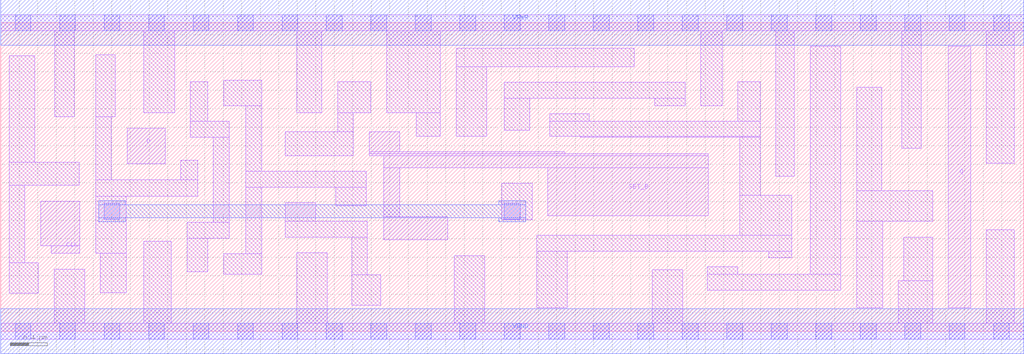
<source format=lef>
# Copyright 2020 The SkyWater PDK Authors
#
# Licensed under the Apache License, Version 2.0 (the "License");
# you may not use this file except in compliance with the License.
# You may obtain a copy of the License at
#
#     https://www.apache.org/licenses/LICENSE-2.0
#
# Unless required by applicable law or agreed to in writing, software
# distributed under the License is distributed on an "AS IS" BASIS,
# WITHOUT WARRANTIES OR CONDITIONS OF ANY KIND, either express or implied.
# See the License for the specific language governing permissions and
# limitations under the License.
#
# SPDX-License-Identifier: Apache-2.0

VERSION 5.7 ;
  NAMESCASESENSITIVE ON ;
  NOWIREEXTENSIONATPIN ON ;
  DIVIDERCHAR "/" ;
  BUSBITCHARS "[]" ;
UNITS
  DATABASE MICRONS 200 ;
END UNITS
MACRO sky130_fd_sc_lp__dfstp_2
  CLASS CORE ;
  SOURCE USER ;
  FOREIGN sky130_fd_sc_lp__dfstp_2 ;
  ORIGIN  0.000000  0.000000 ;
  SIZE  11.04000 BY  3.330000 ;
  SYMMETRY X Y R90 ;
  SITE unit ;
  PIN D
    ANTENNAGATEAREA  0.126000 ;
    DIRECTION INPUT ;
    USE SIGNAL ;
    PORT
      LAYER li1 ;
        RECT 1.365000 1.805000 1.775000 2.190000 ;
    END
  END D
  PIN Q
    ANTENNADIFFAREA  0.588000 ;
    DIRECTION OUTPUT ;
    USE SIGNAL ;
    PORT
      LAYER li1 ;
        RECT 10.225000 0.255000 10.465000 3.075000 ;
    END
  END Q
  PIN SET_B
    ANTENNAGATEAREA  0.252000 ;
    DIRECTION INPUT ;
    USE SIGNAL ;
    PORT
      LAYER li1 ;
        RECT 3.975000 1.895000 7.635000 1.915000 ;
        RECT 3.975000 1.915000 6.085000 1.935000 ;
        RECT 3.975000 1.935000 4.305000 2.155000 ;
        RECT 4.135000 0.985000 4.825000 1.235000 ;
        RECT 4.135000 1.235000 4.305000 1.765000 ;
        RECT 4.135000 1.765000 7.635000 1.895000 ;
        RECT 5.905000 1.245000 7.635000 1.765000 ;
    END
  END SET_B
  PIN CLK
    ANTENNAGATEAREA  0.159000 ;
    DIRECTION INPUT ;
    USE CLOCK ;
    PORT
      LAYER li1 ;
        RECT 0.430000 0.925000 0.855000 1.405000 ;
        RECT 0.545000 0.840000 0.855000 0.925000 ;
    END
  END CLK
  PIN VGND
    DIRECTION INOUT ;
    USE GROUND ;
    PORT
      LAYER met1 ;
        RECT 0.000000 -0.245000 11.040000 0.245000 ;
    END
  END VGND
  PIN VPWR
    DIRECTION INOUT ;
    USE POWER ;
    PORT
      LAYER met1 ;
        RECT 0.000000 3.085000 11.040000 3.575000 ;
    END
  END VPWR
  OBS
    LAYER li1 ;
      RECT  0.000000 -0.085000 11.040000 0.085000 ;
      RECT  0.000000  3.245000 11.040000 3.415000 ;
      RECT  0.090000  0.410000  0.405000 0.740000 ;
      RECT  0.090000  0.740000  0.260000 1.575000 ;
      RECT  0.090000  1.575000  0.845000 1.825000 ;
      RECT  0.090000  1.825000  0.365000 2.975000 ;
      RECT  0.575000  0.085000  0.905000 0.670000 ;
      RECT  0.585000  2.315000  0.795000 3.245000 ;
      RECT  1.025000  0.840000  1.355000 1.455000 ;
      RECT  1.025000  1.455000  2.125000 1.635000 ;
      RECT  1.025000  1.635000  1.195000 2.315000 ;
      RECT  1.025000  2.315000  1.235000 2.985000 ;
      RECT  1.075000  0.415000  1.355000 0.840000 ;
      RECT  1.545000  0.085000  1.840000 0.970000 ;
      RECT  1.545000  2.360000  1.875000 3.245000 ;
      RECT  1.945000  1.635000  2.125000 1.845000 ;
      RECT  2.010000  0.640000  2.235000 1.005000 ;
      RECT  2.010000  1.005000  2.465000 1.175000 ;
      RECT  2.045000  2.095000  2.465000 2.265000 ;
      RECT  2.045000  2.265000  2.235000 2.690000 ;
      RECT  2.295000  1.175000  2.465000 2.095000 ;
      RECT  2.405000  0.615000  2.815000 0.835000 ;
      RECT  2.405000  2.435000  2.815000 2.710000 ;
      RECT  2.645000  0.835000  2.815000 1.555000 ;
      RECT  2.645000  1.555000  3.945000 1.725000 ;
      RECT  2.645000  1.725000  2.815000 2.435000 ;
      RECT  3.070000  1.015000  3.955000 1.185000 ;
      RECT  3.070000  1.185000  3.400000 1.385000 ;
      RECT  3.070000  1.895000  3.805000 2.155000 ;
      RECT  3.195000  0.085000  3.525000 0.845000 ;
      RECT  3.195000  2.360000  3.465000 3.245000 ;
      RECT  3.615000  1.355000  3.945000 1.555000 ;
      RECT  3.635000  2.155000  3.805000 2.360000 ;
      RECT  3.635000  2.360000  3.995000 2.690000 ;
      RECT  3.785000  0.280000  4.100000 0.610000 ;
      RECT  3.785000  0.610000  3.955000 1.015000 ;
      RECT  4.165000  2.360000  4.745000 3.245000 ;
      RECT  4.485000  2.105000  4.745000 2.360000 ;
      RECT  4.895000  0.085000  5.225000 0.815000 ;
      RECT  4.915000  2.105000  5.245000 2.855000 ;
      RECT  4.915000  2.855000  6.835000 3.055000 ;
      RECT  5.405000  1.205000  5.735000 1.595000 ;
      RECT  5.435000  2.170000  5.710000 2.515000 ;
      RECT  5.435000  2.515000  7.385000 2.685000 ;
      RECT  5.785000  0.255000  6.115000 0.865000 ;
      RECT  5.785000  0.865000  8.535000 1.035000 ;
      RECT  5.925000  2.105000  8.195000 2.265000 ;
      RECT  5.925000  2.265000  6.350000 2.345000 ;
      RECT  6.255000  2.095000  8.195000 2.105000 ;
      RECT  7.030000  0.085000  7.360000 0.665000 ;
      RECT  7.055000  2.435000  7.385000 2.515000 ;
      RECT  7.555000  2.435000  7.785000 3.245000 ;
      RECT  7.625000  0.445000  9.065000 0.615000 ;
      RECT  7.625000  0.615000  7.955000 0.695000 ;
      RECT  7.955000  2.265000  8.195000 2.690000 ;
      RECT  7.975000  1.035000  8.535000 1.465000 ;
      RECT  7.975000  1.465000  8.195000 2.095000 ;
      RECT  8.285000  0.795000  8.535000 0.865000 ;
      RECT  8.365000  1.670000  8.565000 3.245000 ;
      RECT  8.735000  0.615000  9.065000 3.075000 ;
      RECT  9.235000  0.255000  9.515000 1.185000 ;
      RECT  9.235000  1.185000 10.055000 1.515000 ;
      RECT  9.235000  1.515000  9.505000 2.635000 ;
      RECT  9.685000  0.085000 10.055000 0.545000 ;
      RECT  9.725000  1.975000  9.935000 3.245000 ;
      RECT  9.745000  0.545000 10.055000 1.015000 ;
      RECT 10.635000  0.085000 10.935000 1.095000 ;
      RECT 10.635000  1.815000 10.935000 3.245000 ;
    LAYER mcon ;
      RECT  0.155000 -0.085000  0.325000 0.085000 ;
      RECT  0.155000  3.245000  0.325000 3.415000 ;
      RECT  0.635000 -0.085000  0.805000 0.085000 ;
      RECT  0.635000  3.245000  0.805000 3.415000 ;
      RECT  1.115000 -0.085000  1.285000 0.085000 ;
      RECT  1.115000  1.210000  1.285000 1.380000 ;
      RECT  1.115000  3.245000  1.285000 3.415000 ;
      RECT  1.595000 -0.085000  1.765000 0.085000 ;
      RECT  1.595000  3.245000  1.765000 3.415000 ;
      RECT  2.075000 -0.085000  2.245000 0.085000 ;
      RECT  2.075000  3.245000  2.245000 3.415000 ;
      RECT  2.555000 -0.085000  2.725000 0.085000 ;
      RECT  2.555000  3.245000  2.725000 3.415000 ;
      RECT  3.035000 -0.085000  3.205000 0.085000 ;
      RECT  3.035000  3.245000  3.205000 3.415000 ;
      RECT  3.515000 -0.085000  3.685000 0.085000 ;
      RECT  3.515000  3.245000  3.685000 3.415000 ;
      RECT  3.995000 -0.085000  4.165000 0.085000 ;
      RECT  3.995000  3.245000  4.165000 3.415000 ;
      RECT  4.475000 -0.085000  4.645000 0.085000 ;
      RECT  4.475000  3.245000  4.645000 3.415000 ;
      RECT  4.955000 -0.085000  5.125000 0.085000 ;
      RECT  4.955000  3.245000  5.125000 3.415000 ;
      RECT  5.435000 -0.085000  5.605000 0.085000 ;
      RECT  5.435000  1.210000  5.605000 1.380000 ;
      RECT  5.435000  3.245000  5.605000 3.415000 ;
      RECT  5.915000 -0.085000  6.085000 0.085000 ;
      RECT  5.915000  3.245000  6.085000 3.415000 ;
      RECT  6.395000 -0.085000  6.565000 0.085000 ;
      RECT  6.395000  3.245000  6.565000 3.415000 ;
      RECT  6.875000 -0.085000  7.045000 0.085000 ;
      RECT  6.875000  3.245000  7.045000 3.415000 ;
      RECT  7.355000 -0.085000  7.525000 0.085000 ;
      RECT  7.355000  3.245000  7.525000 3.415000 ;
      RECT  7.835000 -0.085000  8.005000 0.085000 ;
      RECT  7.835000  3.245000  8.005000 3.415000 ;
      RECT  8.315000 -0.085000  8.485000 0.085000 ;
      RECT  8.315000  3.245000  8.485000 3.415000 ;
      RECT  8.795000 -0.085000  8.965000 0.085000 ;
      RECT  8.795000  3.245000  8.965000 3.415000 ;
      RECT  9.275000 -0.085000  9.445000 0.085000 ;
      RECT  9.275000  3.245000  9.445000 3.415000 ;
      RECT  9.755000 -0.085000  9.925000 0.085000 ;
      RECT  9.755000  3.245000  9.925000 3.415000 ;
      RECT 10.235000 -0.085000 10.405000 0.085000 ;
      RECT 10.235000  3.245000 10.405000 3.415000 ;
      RECT 10.715000 -0.085000 10.885000 0.085000 ;
      RECT 10.715000  3.245000 10.885000 3.415000 ;
    LAYER met1 ;
      RECT 1.055000 1.180000 1.345000 1.225000 ;
      RECT 1.055000 1.225000 5.665000 1.365000 ;
      RECT 1.055000 1.365000 1.345000 1.410000 ;
      RECT 5.375000 1.180000 5.665000 1.225000 ;
      RECT 5.375000 1.365000 5.665000 1.410000 ;
  END
END sky130_fd_sc_lp__dfstp_2

</source>
